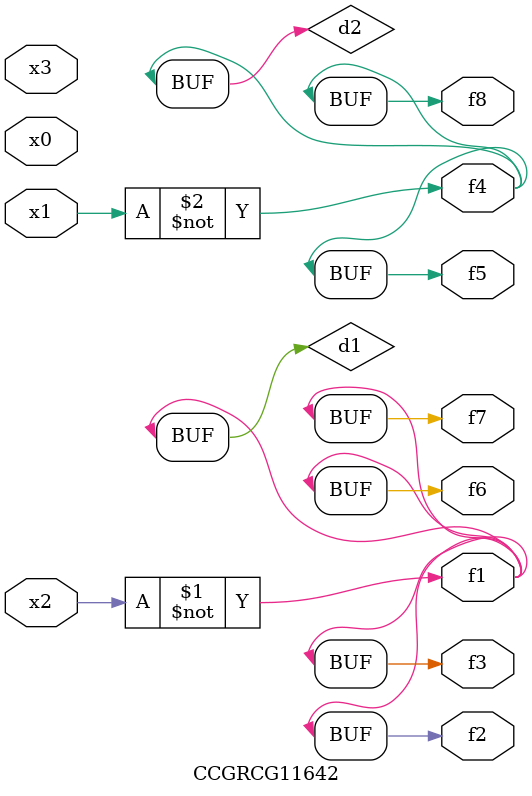
<source format=v>
module CCGRCG11642(
	input x0, x1, x2, x3,
	output f1, f2, f3, f4, f5, f6, f7, f8
);

	wire d1, d2;

	xnor (d1, x2);
	not (d2, x1);
	assign f1 = d1;
	assign f2 = d1;
	assign f3 = d1;
	assign f4 = d2;
	assign f5 = d2;
	assign f6 = d1;
	assign f7 = d1;
	assign f8 = d2;
endmodule

</source>
